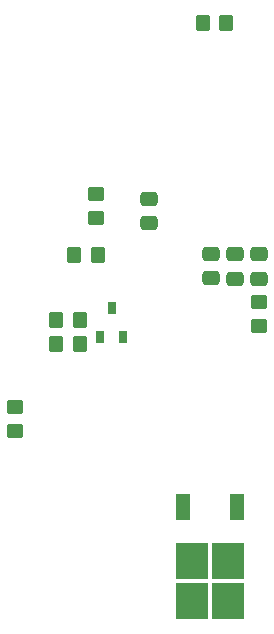
<source format=gbp>
G04 #@! TF.GenerationSoftware,KiCad,Pcbnew,(6.0.6)*
G04 #@! TF.CreationDate,2022-08-27T12:11:26+02:00*
G04 #@! TF.ProjectId,switched-load-module,73776974-6368-4656-942d-6c6f61642d6d,rev?*
G04 #@! TF.SameCoordinates,Original*
G04 #@! TF.FileFunction,Paste,Bot*
G04 #@! TF.FilePolarity,Positive*
%FSLAX46Y46*%
G04 Gerber Fmt 4.6, Leading zero omitted, Abs format (unit mm)*
G04 Created by KiCad (PCBNEW (6.0.6)) date 2022-08-27 12:11:26*
%MOMM*%
%LPD*%
G01*
G04 APERTURE LIST*
G04 Aperture macros list*
%AMRoundRect*
0 Rectangle with rounded corners*
0 $1 Rounding radius*
0 $2 $3 $4 $5 $6 $7 $8 $9 X,Y pos of 4 corners*
0 Add a 4 corners polygon primitive as box body*
4,1,4,$2,$3,$4,$5,$6,$7,$8,$9,$2,$3,0*
0 Add four circle primitives for the rounded corners*
1,1,$1+$1,$2,$3*
1,1,$1+$1,$4,$5*
1,1,$1+$1,$6,$7*
1,1,$1+$1,$8,$9*
0 Add four rect primitives between the rounded corners*
20,1,$1+$1,$2,$3,$4,$5,0*
20,1,$1+$1,$4,$5,$6,$7,0*
20,1,$1+$1,$6,$7,$8,$9,0*
20,1,$1+$1,$8,$9,$2,$3,0*%
G04 Aperture macros list end*
%ADD10RoundRect,0.250000X0.350000X0.450000X-0.350000X0.450000X-0.350000X-0.450000X0.350000X-0.450000X0*%
%ADD11RoundRect,0.250000X-0.475000X0.337500X-0.475000X-0.337500X0.475000X-0.337500X0.475000X0.337500X0*%
%ADD12RoundRect,0.250000X0.450000X-0.350000X0.450000X0.350000X-0.450000X0.350000X-0.450000X-0.350000X0*%
%ADD13RoundRect,0.250000X-0.350000X-0.450000X0.350000X-0.450000X0.350000X0.450000X-0.350000X0.450000X0*%
%ADD14RoundRect,0.250000X-0.450000X0.350000X-0.450000X-0.350000X0.450000X-0.350000X0.450000X0.350000X0*%
%ADD15R,0.700000X1.000000*%
%ADD16RoundRect,0.250000X0.475000X-0.337500X0.475000X0.337500X-0.475000X0.337500X-0.475000X-0.337500X0*%
%ADD17R,2.750000X3.050000*%
%ADD18R,1.200000X2.200000*%
G04 APERTURE END LIST*
D10*
X46350000Y-73350000D03*
X44350000Y-73350000D03*
D11*
X61550000Y-65762500D03*
X61550000Y-67837500D03*
D12*
X47750000Y-62700000D03*
X47750000Y-60700000D03*
D13*
X44350000Y-71350000D03*
X46350000Y-71350000D03*
D14*
X61550000Y-69837500D03*
X61550000Y-71837500D03*
D15*
X50000000Y-72750000D03*
X48100000Y-72750000D03*
X49050000Y-70350000D03*
D10*
X58750000Y-46200000D03*
X56750000Y-46200000D03*
X47900000Y-65800000D03*
X45900000Y-65800000D03*
D16*
X52250000Y-63137500D03*
X52250000Y-61062500D03*
D11*
X59500000Y-65762500D03*
X59500000Y-67837500D03*
D14*
X40850000Y-78700000D03*
X40850000Y-80700000D03*
D11*
X57450000Y-65750000D03*
X57450000Y-67825000D03*
D17*
X58875000Y-91775000D03*
X55825000Y-95125000D03*
X58875000Y-95125000D03*
X55825000Y-91775000D03*
D18*
X55070000Y-87150000D03*
X59630000Y-87150000D03*
M02*

</source>
